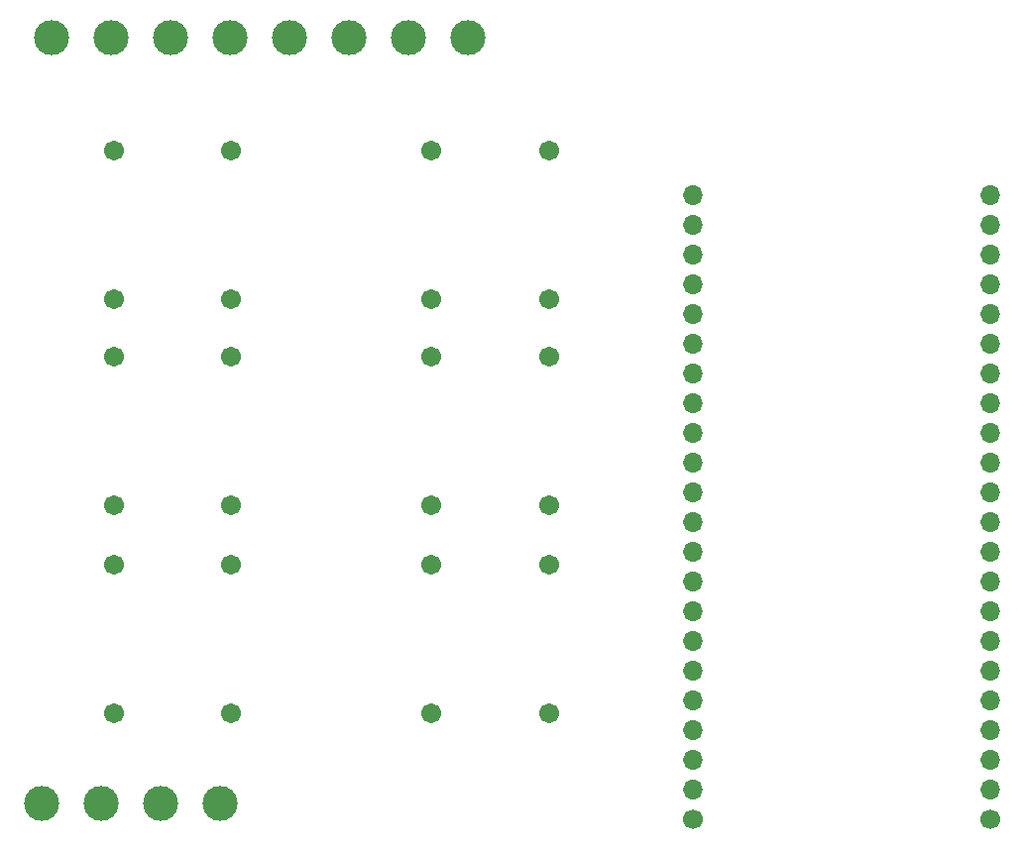
<source format=gbr>
%TF.GenerationSoftware,KiCad,Pcbnew,7.0.10*%
%TF.CreationDate,2024-03-07T00:47:07-03:00*%
%TF.ProjectId,board,626f6172-642e-46b6-9963-61645f706362,rev?*%
%TF.SameCoordinates,Original*%
%TF.FileFunction,Soldermask,Bot*%
%TF.FilePolarity,Negative*%
%FSLAX46Y46*%
G04 Gerber Fmt 4.6, Leading zero omitted, Abs format (unit mm)*
G04 Created by KiCad (PCBNEW 7.0.10) date 2024-03-07 00:47:07*
%MOMM*%
%LPD*%
G01*
G04 APERTURE LIST*
%ADD10C,3.000000*%
%ADD11C,1.700000*%
%ADD12O,1.700000X1.700000*%
%ADD13C,1.712000*%
G04 APERTURE END LIST*
D10*
%TO.C,ST6*%
X63195200Y-57327800D03*
X58115200Y-57327800D03*
%TD*%
D11*
%TO.C,ESP32-S3_BACK1*%
X138277600Y-124079000D03*
D12*
X138277600Y-121539000D03*
X138277600Y-118999000D03*
X138277600Y-116459000D03*
X138277600Y-113919000D03*
X138277600Y-111379000D03*
X138277600Y-108839000D03*
X138277600Y-106299000D03*
X138277600Y-103759000D03*
X138277600Y-101219000D03*
X138277600Y-98679000D03*
X138277600Y-96139000D03*
X138277600Y-93599000D03*
X138277600Y-91059000D03*
X138277600Y-88519000D03*
X138277600Y-85979000D03*
X138277600Y-83439000D03*
X138277600Y-80899000D03*
X138277600Y-78359000D03*
X138277600Y-75819000D03*
X138277600Y-73279000D03*
X138277600Y-70739000D03*
%TD*%
D13*
%TO.C,TP1*%
X63453000Y-66929000D03*
X63453000Y-79629000D03*
X73453000Y-79629000D03*
X73453000Y-66929000D03*
%TD*%
D10*
%TO.C,ST4*%
X83515200Y-57327800D03*
X78435200Y-57327800D03*
%TD*%
D13*
%TO.C,TP6*%
X90558200Y-102362000D03*
X90558200Y-115062000D03*
X100558200Y-115062000D03*
X100558200Y-102362000D03*
%TD*%
%TO.C,TP5*%
X90558200Y-84582000D03*
X90558200Y-97282000D03*
X100558200Y-97282000D03*
X100558200Y-84582000D03*
%TD*%
D10*
%TO.C,ST5*%
X73355200Y-57327800D03*
X68275200Y-57327800D03*
%TD*%
%TO.C,ST3*%
X93675200Y-57327800D03*
X88595200Y-57327800D03*
%TD*%
%TO.C,ST1*%
X57277000Y-122745500D03*
X62357000Y-122745500D03*
%TD*%
D11*
%TO.C,ESP32-S3_FRONT1*%
X112877600Y-124079000D03*
D12*
X112877600Y-121539000D03*
X112877600Y-118999000D03*
X112877600Y-116459000D03*
X112877600Y-113919000D03*
X112877600Y-111379000D03*
X112877600Y-108839000D03*
X112877600Y-106299000D03*
X112877600Y-103759000D03*
X112877600Y-101219000D03*
X112877600Y-98679000D03*
X112877600Y-96139000D03*
X112877600Y-93599000D03*
X112877600Y-91059000D03*
X112877600Y-88519000D03*
X112877600Y-85979000D03*
X112877600Y-83439000D03*
X112877600Y-80899000D03*
X112877600Y-78359000D03*
X112877600Y-75819000D03*
X112877600Y-73279000D03*
X112877600Y-70739000D03*
%TD*%
D13*
%TO.C,TP4*%
X90558200Y-66929000D03*
X90558200Y-79629000D03*
X100558200Y-79629000D03*
X100558200Y-66929000D03*
%TD*%
%TO.C,TP3*%
X63453000Y-102362000D03*
X63453000Y-115062000D03*
X73453000Y-115062000D03*
X73453000Y-102362000D03*
%TD*%
D10*
%TO.C,ST2*%
X67437000Y-122745500D03*
X72517000Y-122745500D03*
%TD*%
D13*
%TO.C,TP2*%
X63453000Y-84582000D03*
X63453000Y-97282000D03*
X73453000Y-97282000D03*
X73453000Y-84582000D03*
%TD*%
M02*

</source>
